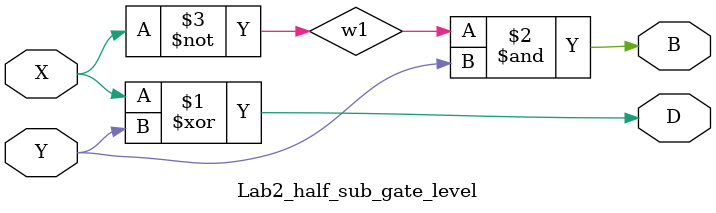
<source format=v>
module Lab2_half_sub_gate_level(X,Y,B,D);
    output  B,D;
    input   X,Y;
    wire    w1,w2,w3,w4,w5,w6,w7;

    xor G1(D,X,Y);
    not G2(w1,X);
    and G3(B,w1,Y);
endmodule
</source>
